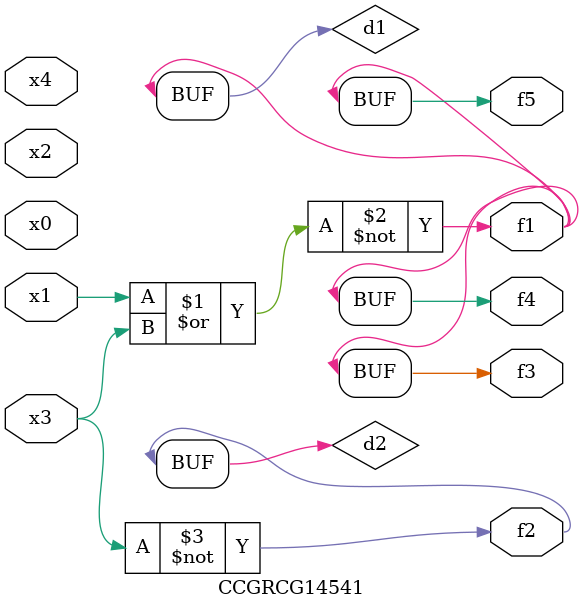
<source format=v>
module CCGRCG14541(
	input x0, x1, x2, x3, x4,
	output f1, f2, f3, f4, f5
);

	wire d1, d2;

	nor (d1, x1, x3);
	not (d2, x3);
	assign f1 = d1;
	assign f2 = d2;
	assign f3 = d1;
	assign f4 = d1;
	assign f5 = d1;
endmodule

</source>
